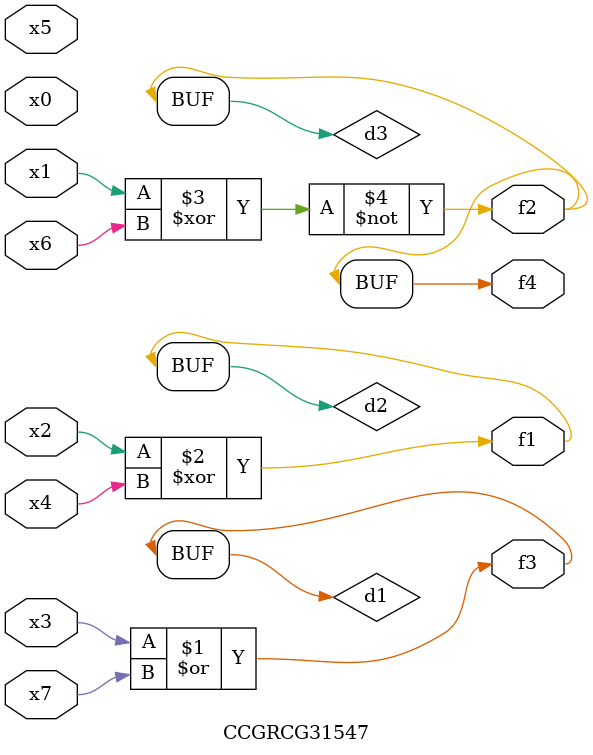
<source format=v>
module CCGRCG31547(
	input x0, x1, x2, x3, x4, x5, x6, x7,
	output f1, f2, f3, f4
);

	wire d1, d2, d3;

	or (d1, x3, x7);
	xor (d2, x2, x4);
	xnor (d3, x1, x6);
	assign f1 = d2;
	assign f2 = d3;
	assign f3 = d1;
	assign f4 = d3;
endmodule

</source>
